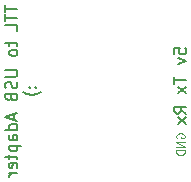
<source format=gbr>
%TF.GenerationSoftware,KiCad,Pcbnew,6.0.9-8da3e8f707~117~ubuntu20.04.1*%
%TF.CreationDate,2023-01-15T23:55:11-08:00*%
%TF.ProjectId,USBTTL,55534254-544c-42e6-9b69-6361645f7063,rev?*%
%TF.SameCoordinates,Original*%
%TF.FileFunction,Legend,Bot*%
%TF.FilePolarity,Positive*%
%FSLAX46Y46*%
G04 Gerber Fmt 4.6, Leading zero omitted, Abs format (unit mm)*
G04 Created by KiCad (PCBNEW 6.0.9-8da3e8f707~117~ubuntu20.04.1) date 2023-01-15 23:55:11*
%MOMM*%
%LPD*%
G01*
G04 APERTURE LIST*
%ADD10C,0.125000*%
%ADD11C,0.150000*%
G04 APERTURE END LIST*
D10*
X34650000Y-40966666D02*
X34616666Y-40900000D01*
X34616666Y-40800000D01*
X34650000Y-40700000D01*
X34716666Y-40633333D01*
X34783333Y-40600000D01*
X34916666Y-40566666D01*
X35016666Y-40566666D01*
X35150000Y-40600000D01*
X35216666Y-40633333D01*
X35283333Y-40700000D01*
X35316666Y-40800000D01*
X35316666Y-40866666D01*
X35283333Y-40966666D01*
X35250000Y-41000000D01*
X35016666Y-41000000D01*
X35016666Y-40866666D01*
X35316666Y-41300000D02*
X34616666Y-41300000D01*
X35316666Y-41700000D01*
X34616666Y-41700000D01*
X35316666Y-42033333D02*
X34616666Y-42033333D01*
X34616666Y-42200000D01*
X34650000Y-42300000D01*
X34716666Y-42366666D01*
X34783333Y-42400000D01*
X34916666Y-42433333D01*
X35016666Y-42433333D01*
X35150000Y-42400000D01*
X35216666Y-42366666D01*
X35283333Y-42300000D01*
X35316666Y-42200000D01*
X35316666Y-42033333D01*
D11*
X35452380Y-38904761D02*
X34976190Y-38571428D01*
X35452380Y-38333333D02*
X34452380Y-38333333D01*
X34452380Y-38714285D01*
X34500000Y-38809523D01*
X34547619Y-38857142D01*
X34642857Y-38904761D01*
X34785714Y-38904761D01*
X34880952Y-38857142D01*
X34928571Y-38809523D01*
X34976190Y-38714285D01*
X34976190Y-38333333D01*
X35452380Y-39238095D02*
X34785714Y-39761904D01*
X34785714Y-39238095D02*
X35452380Y-39761904D01*
X34452380Y-35809523D02*
X34452380Y-36380952D01*
X35452380Y-36095238D02*
X34452380Y-36095238D01*
X35452380Y-36619047D02*
X34785714Y-37142857D01*
X34785714Y-36619047D02*
X35452380Y-37142857D01*
X34452380Y-33857142D02*
X34452380Y-33380952D01*
X34928571Y-33333333D01*
X34880952Y-33380952D01*
X34833333Y-33476190D01*
X34833333Y-33714285D01*
X34880952Y-33809523D01*
X34928571Y-33857142D01*
X35023809Y-33904761D01*
X35261904Y-33904761D01*
X35357142Y-33857142D01*
X35404761Y-33809523D01*
X35452380Y-33714285D01*
X35452380Y-33476190D01*
X35404761Y-33380952D01*
X35357142Y-33333333D01*
X34785714Y-34238095D02*
X35452380Y-34476190D01*
X34785714Y-34714285D01*
X20147380Y-29738095D02*
X20147380Y-30309523D01*
X21147380Y-30023809D02*
X20147380Y-30023809D01*
X20147380Y-30500000D02*
X20147380Y-31071428D01*
X21147380Y-30785714D02*
X20147380Y-30785714D01*
X21147380Y-31880952D02*
X21147380Y-31404761D01*
X20147380Y-31404761D01*
X20480714Y-32833333D02*
X20480714Y-33214285D01*
X20147380Y-32976190D02*
X21004523Y-32976190D01*
X21099761Y-33023809D01*
X21147380Y-33119047D01*
X21147380Y-33214285D01*
X21147380Y-33690476D02*
X21099761Y-33595238D01*
X21052142Y-33547619D01*
X20956904Y-33500000D01*
X20671190Y-33500000D01*
X20575952Y-33547619D01*
X20528333Y-33595238D01*
X20480714Y-33690476D01*
X20480714Y-33833333D01*
X20528333Y-33928571D01*
X20575952Y-33976190D01*
X20671190Y-34023809D01*
X20956904Y-34023809D01*
X21052142Y-33976190D01*
X21099761Y-33928571D01*
X21147380Y-33833333D01*
X21147380Y-33690476D01*
X20147380Y-35214285D02*
X20956904Y-35214285D01*
X21052142Y-35261904D01*
X21099761Y-35309523D01*
X21147380Y-35404761D01*
X21147380Y-35595238D01*
X21099761Y-35690476D01*
X21052142Y-35738095D01*
X20956904Y-35785714D01*
X20147380Y-35785714D01*
X21099761Y-36214285D02*
X21147380Y-36357142D01*
X21147380Y-36595238D01*
X21099761Y-36690476D01*
X21052142Y-36738095D01*
X20956904Y-36785714D01*
X20861666Y-36785714D01*
X20766428Y-36738095D01*
X20718809Y-36690476D01*
X20671190Y-36595238D01*
X20623571Y-36404761D01*
X20575952Y-36309523D01*
X20528333Y-36261904D01*
X20433095Y-36214285D01*
X20337857Y-36214285D01*
X20242619Y-36261904D01*
X20195000Y-36309523D01*
X20147380Y-36404761D01*
X20147380Y-36642857D01*
X20195000Y-36785714D01*
X20623571Y-37547619D02*
X20671190Y-37690476D01*
X20718809Y-37738095D01*
X20814047Y-37785714D01*
X20956904Y-37785714D01*
X21052142Y-37738095D01*
X21099761Y-37690476D01*
X21147380Y-37595238D01*
X21147380Y-37214285D01*
X20147380Y-37214285D01*
X20147380Y-37547619D01*
X20195000Y-37642857D01*
X20242619Y-37690476D01*
X20337857Y-37738095D01*
X20433095Y-37738095D01*
X20528333Y-37690476D01*
X20575952Y-37642857D01*
X20623571Y-37547619D01*
X20623571Y-37214285D01*
X20861666Y-38928571D02*
X20861666Y-39404761D01*
X21147380Y-38833333D02*
X20147380Y-39166666D01*
X21147380Y-39500000D01*
X21147380Y-40261904D02*
X20147380Y-40261904D01*
X21099761Y-40261904D02*
X21147380Y-40166666D01*
X21147380Y-39976190D01*
X21099761Y-39880952D01*
X21052142Y-39833333D01*
X20956904Y-39785714D01*
X20671190Y-39785714D01*
X20575952Y-39833333D01*
X20528333Y-39880952D01*
X20480714Y-39976190D01*
X20480714Y-40166666D01*
X20528333Y-40261904D01*
X21147380Y-41166666D02*
X20623571Y-41166666D01*
X20528333Y-41119047D01*
X20480714Y-41023809D01*
X20480714Y-40833333D01*
X20528333Y-40738095D01*
X21099761Y-41166666D02*
X21147380Y-41071428D01*
X21147380Y-40833333D01*
X21099761Y-40738095D01*
X21004523Y-40690476D01*
X20909285Y-40690476D01*
X20814047Y-40738095D01*
X20766428Y-40833333D01*
X20766428Y-41071428D01*
X20718809Y-41166666D01*
X20480714Y-41642857D02*
X21480714Y-41642857D01*
X20528333Y-41642857D02*
X20480714Y-41738095D01*
X20480714Y-41928571D01*
X20528333Y-42023809D01*
X20575952Y-42071428D01*
X20671190Y-42119047D01*
X20956904Y-42119047D01*
X21052142Y-42071428D01*
X21099761Y-42023809D01*
X21147380Y-41928571D01*
X21147380Y-41738095D01*
X21099761Y-41642857D01*
X20480714Y-42404761D02*
X20480714Y-42785714D01*
X20147380Y-42547619D02*
X21004523Y-42547619D01*
X21099761Y-42595238D01*
X21147380Y-42690476D01*
X21147380Y-42785714D01*
X21099761Y-43500000D02*
X21147380Y-43404761D01*
X21147380Y-43214285D01*
X21099761Y-43119047D01*
X21004523Y-43071428D01*
X20623571Y-43071428D01*
X20528333Y-43119047D01*
X20480714Y-43214285D01*
X20480714Y-43404761D01*
X20528333Y-43500000D01*
X20623571Y-43547619D01*
X20718809Y-43547619D01*
X20814047Y-43071428D01*
X21147380Y-43976190D02*
X20480714Y-43976190D01*
X20671190Y-43976190D02*
X20575952Y-44023809D01*
X20528333Y-44071428D01*
X20480714Y-44166666D01*
X20480714Y-44261904D01*
X22662142Y-36666666D02*
X22709761Y-36714285D01*
X22757380Y-36666666D01*
X22709761Y-36619047D01*
X22662142Y-36666666D01*
X22757380Y-36666666D01*
X22138333Y-36666666D02*
X22185952Y-36714285D01*
X22233571Y-36666666D01*
X22185952Y-36619047D01*
X22138333Y-36666666D01*
X22233571Y-36666666D01*
X23138333Y-37047619D02*
X23090714Y-37095238D01*
X22947857Y-37190476D01*
X22852619Y-37238095D01*
X22709761Y-37285714D01*
X22471666Y-37333333D01*
X22281190Y-37333333D01*
X22043095Y-37285714D01*
X21900238Y-37238095D01*
X21805000Y-37190476D01*
X21662142Y-37095238D01*
X21614523Y-37047619D01*
M02*

</source>
